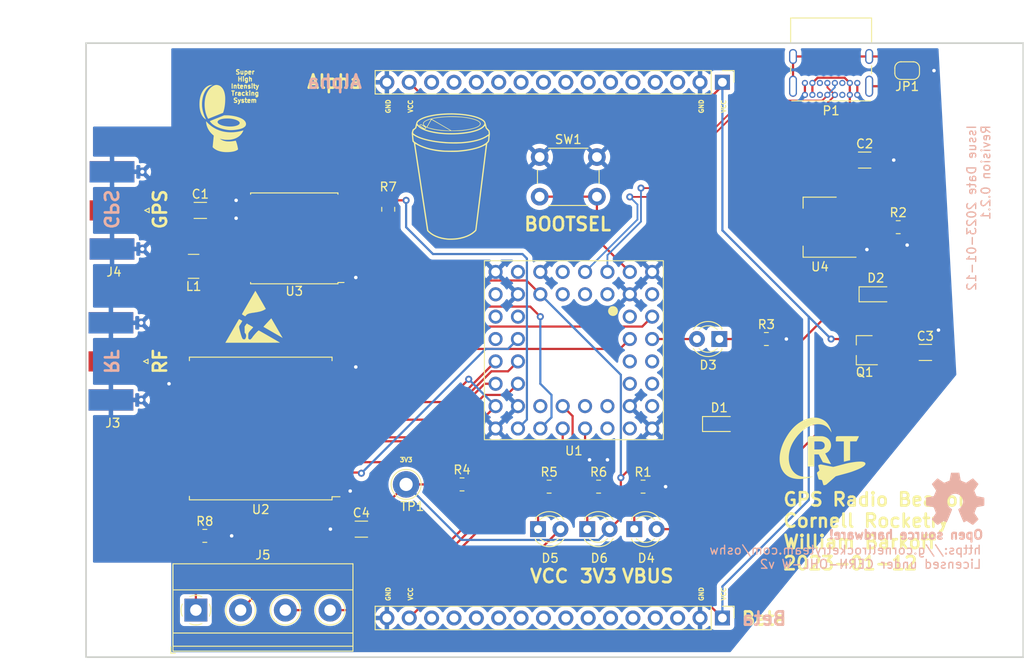
<source format=kicad_pcb>
(kicad_pcb (version 20211014) (generator pcbnew)
  (title_block (title "GPS Radio Beacon") (date "2023-01-12") (rev "0.2.1") (company "Cornell Rocketry Team") (comment 1 "William Barkoff [wb273]") (comment 4 "Licensed under CERN-OHL-W v2"))
  (layers (0 "F.Cu" signal) (31 "B.Cu" signal) (34 "B.Paste" user) (35 "F.Paste" user) (36 "B.SilkS" user "B.Silkscreen") (37 "F.SilkS" user "F.Silkscreen") (38 "B.Mask" user) (39 "F.Mask" user) (44 "Edge.Cuts" user))
  (net 0 "")
  (net 1 "Net-(C1-Pad1)")
  (net 2 "Net-(C1-Pad2)")
  (net 3 "+5V")
  (net 4 "VBUS")
  (net 5 "+3V3")
  (net 6 "Net-(D1-Pad2)")
  (net 7 "Net-(D3-Pad1)")
  (net 8 "Net-(D3-Pad2)")
  (net 9 "Net-(D4-Pad1)")
  (net 10 "Net-(D5-Pad1)")
  (net 11 "VCC")
  (net 12 "Net-(D6-Pad1)")
  (net 37 "Net-(J3-Pad1)")
  (net 38 "/IND_LED_1")
  (net 39 "/IND_LED_2")
  (net 40 "/IND_LED_3")
  (net 41 "Net-(J5-Pad1)")
  (net 42 "Net-(L1-Pad1)")
  (net 44 "/PWR-USB/USB_D+")
  (net 45 "/PWR-USB/USB_D-")
  (net 47 "/RADIO_RESET")
  (net 48 "/GPS_RESET")
  (net 51 "Net-(JP1-Pad2)")
  (net 60 "/GPS_SCL")
  (net 62 "/RADIO_MISO")
  (net 63 "/GPS_SDA")
  (net 64 "/RADIO_CS")
  (net 65 "/RADIO_SCK")
  (net 68 "/RADIO_MOSI")
  (net 69 "/RADIO_IRQ")
  (net 76 "/GPS_TIMEPULSE")
  (net 90 "<NO NET>")
  (net 91 "Net-(SW1-Pad2)")
  (footprint "Jumper:SolderJumper-2_P1.3mm_Bridged_RoundedPad1.0x1.5mm" (layer "F.Cu") (at 176.276 78.74 180)
    (fp_text reference "JP1")
    (fp_text value "SolderJumper_2_Bridged")
  )
  (footprint "Diode_SMD:D_SOD-323_HandSoldering" (layer "F.Cu") (at 172.72 104.14)
    (fp_text reference "D2")
    (fp_text value "D_Schottky")
  )
  (footprint "Inductor_SMD:L_1210_3225Metric_Pad1.42x2.65mm_HandSolder" (layer "F.Cu") (at 95.25 100.965 180)
    (fp_text reference "L1")
    (fp_text value "27n")
  )
  (footprint "MountingHole:MountingHole_3.2mm_M3" (layer "F.Cu") (at 184.303137 80.775463)
    (fp_text reference "H2" hide)
    (fp_text value "MountingHole" hide)
  )
  (footprint "Diode_SMD:D_SOD-323_HandSoldering" (layer "F.Cu") (at 154.94 118.872)
    (fp_text reference "D1")
    (fp_text value "D_Schottky")
  )
  (footprint "MountingHole:MountingHole_3.2mm_M3" (layer "F.Cu") (at 88.188063 140.187537)
    (fp_text reference "H3" hide)
    (fp_text value "MountingHole" hide)
  )
  (footprint "Package_TO_SOT_SMD:SC-59_Handsoldering" (layer "F.Cu") (at 171.45 110.49 180)
    (fp_text reference "Q1")
    (fp_text value "Q_PMOS_DGS")
  )
  (footprint "Resistor_SMD:R_0805_2012Metric_Pad1.20x1.40mm_HandSolder" (layer "F.Cu") (at 117.348 94.488 90)
    (fp_text reference "R7")
    (fp_text value "10k")
  )
  (footprint "Capacitor_SMD:C_1206_3216Metric_Pad1.33x1.80mm_HandSolder" (layer "F.Cu") (at 114.3 130.81)
    (fp_text reference "C4")
    (fp_text value "10u")
  )
  (footprint "Connector_PinHeader_2.54mm:PinHeader_1x16_P2.54mm_Vertical" (layer "F.Cu") (at 155.2956 140.898 -90)
    (fp_text reference "J2" hide)
    (fp_text value "Conn_01x16" hide)
  )
  (footprint "Resistor_SMD:R_0805_2012Metric_Pad1.20x1.40mm_HandSolder" (layer "F.Cu") (at 141.24 125.984)
    (fp_text reference "R6")
    (fp_text value "200")
  )
  (footprint "TestPoint:TestPoint_Loop_D2.54mm_Drill1.5mm_Beaded" (layer "F.Cu") (at 119.38 125.73)
    (fp_text reference "TP1")
    (fp_text value "TestPoint")
  )
  (footprint "LED_THT:LED_D3.0mm" (layer "F.Cu") (at 154.945 109.22 180)
    (fp_text reference "D3")
    (fp_text value "LED")
  )
  (footprint "grb:coffee" (layer "F.Cu") (at 124.46 91.44)
    (fp_text reference "G***" hide)
    (fp_text value "LOGO" hide)
  )
  (footprint "Resistor_SMD:R_0805_2012Metric_Pad1.20x1.40mm_HandSolder" (layer "F.Cu") (at 96.52 131.572)
    (fp_text reference "R8")
    (fp_text value "200")
  )
  (footprint "LED_THT:LED_D3.0mm" (layer "F.Cu") (at 139.949 130.81)
    (fp_text reference "D6")
    (fp_text value "LED")
  )
  (footprint "Resistor_SMD:R_0805_2012Metric_Pad1.20x1.40mm_HandSolder" (layer "F.Cu") (at 146.288 125.984)
    (fp_text reference "R1")
    (fp_text value "200")
  )
  (footprint "Resistor_SMD:R_0805_2012Metric_Pad1.20x1.40mm_HandSolder" (layer "F.Cu") (at 125.73 125.73)
    (fp_text reference "R4")
    (fp_text value "10k")
  )
  (footprint "Resistor_SMD:R_0805_2012Metric_Pad1.20x1.40mm_HandSolder" (layer "F.Cu") (at 160.29 109.22)
    (fp_text reference "R3")
    (fp_text value "200")
  )
  (footprint "Button_Switch_THT:SW_PUSH_6mm" (layer "F.Cu") (at 134.545 88.555)
    (fp_text reference "SW1")
    (fp_text value "SW_Push")
  )
  (footprint "RF_Module:HOPERF_RFM9XW_SMD" (layer "F.Cu") (at 102.87 119.38 180)
    (fp_text reference "U2")
    (fp_text value "RFM95W-915S2")
  )
  (footprint "Capacitor_SMD:C_1206_3216Metric_Pad1.33x1.80mm_HandSolder" (layer "F.Cu") (at 171.45 88.9)
    (fp_text reference "C2")
    (fp_text value "10u")
  )
  (footprint "LED_THT:LED_D3.0mm" (layer "F.Cu") (at 145.288 130.81)
    (fp_text reference "D4")
    (fp_text value "LED")
  )
  (footprint "LED_THT:LED_D3.0mm" (layer "F.Cu") (at 134.361 130.81)
    (fp_text reference "D5")
    (fp_text value "LED")
  )
  (footprint "Resistor_SMD:R_0805_2012Metric_Pad1.20x1.40mm_HandSolder" (layer "F.Cu") (at 135.62 125.984)
    (fp_text reference "R5")
    (fp_text value "200")
  )
  (footprint "Connector_PinHeader_2.54mm:PinHeader_1x16_P2.54mm_Vertical" (layer "F.Cu") (at 155.2956 80.065 -90)
    (fp_text reference "J1" hide)
    (fp_text value "Conn_01x16" hide)
  )
  (footprint "MountingHole:MountingHole_3.2mm_M3" (layer "F.Cu") (at 88.1634 80.7508)
    (fp_text reference "H1" hide)
    (fp_text value "MountingHole" hide)
  )
  (footprint "grb:PGA2040" (layer "F.Cu") (at 138.43 110.49)
    (fp_text reference "U1")
    (fp_text value "PGA2040")
  )
  (footprint "grb:crt-logo" (layer "F.Cu") (at 166.624 121.92)
    (fp_text reference "G***" hide)
    (fp_text value "LOGO" hide)
  )
  (footprint "Connector_Coaxial:SMA_Molex_73251-1153_EdgeMount_Horizontal" (layer "F.Cu") (at 87.705 94.615)
    (fp_text reference "J4")
    (fp_text value "Conn_Coaxial")
  )
  (footprint "TerminalBlock_Phoenix:TerminalBlock_Phoenix_MKDS-1,5-4-5.08_1x04_P5.08mm_Horizontal" (layer "F.Cu") (at 95.504 140.005)
    (fp_text reference "J5")
    (fp_text value "Screw_Terminal_01x04")
  )
  (footprint "RF_GPS:ublox_MAX" (layer "F.Cu") (at 106.68 97.79 180)
    (fp_text reference "U3")
    (fp_text value "MAX-M10S")
  )
  (footprint "Connector_Coaxial:SMA_Molex_73251-1153_EdgeMount_Horizontal" (layer "F.Cu") (at 87.578 111.76)
    (fp_text reference "J3")
    (fp_text value "Conn_Coaxial")
  )
  (footprint "Capacitor_SMD:C_1206_3216Metric_Pad1.33x1.80mm_HandSolder" (layer "F.Cu") (at 96.012 94.615)
    (fp_text reference "C1")
    (fp_text value "10n")
  )
  (footprint "Capacitor_SMD:C_1206_3216Metric_Pad1.33x1.80mm_HandSolder" (layer "F.Cu") (at 178.3465 110.744)
    (fp_text reference "C3")
    (fp_text value "10u")
  )
  (footprint "MountingHole:MountingHole_3.2mm_M3" (layer "F.Cu") (at 184.303137 140.187537)
    (fp_text reference "H4" hide)
    (fp_text value "MountingHole" hide)
  )
  (footprint "Symbol:ESD-Logo_6.6x6mm_SilkScreen" (layer "F.Cu") (at 102.108 106.68)
    (fp_text reference "REF**" hide)
    (fp_text value "ESD-Logo_6.6x6mm_SilkScreen" hide)
  )
  (footprint "grb:toilet" (layer "F.Cu") (at 98.552 84.328)
    (fp_text reference "G***" hide)
    (fp_text value "LOGO" hide)
  )
  (footprint "Connector_USB:USB_C_Receptacle_GCT_USB4085" (layer "F.Cu") (at 170.615 81.495 180)
    (fp_text reference "P1")
    (fp_text value "USB_C_Plug_USB2.0")
  )
  (footprint "Package_TO_SOT_SMD:SOT-223-3_TabPin2" (layer "F.Cu") (at 166.37 96.52 180)
    (fp_text reference "U4")
    (fp_text value "NCP1117-3.3_SOT223")
  )
  (footprint "Resistor_SMD:R_0805_2012Metric_Pad1.20x1.40mm_HandSolder" (layer "F.Cu") (at 175.26 96.52)
    (fp_text reference "R2")
    (fp_text value "10k")
  )
  (footprint "Symbol:OSHW-Symbol_6.7x6mm_SilkScreen" (layer "B.Cu") (at 181.737 127.381 180)
    (fp_text reference "REF**" hide)
    (fp_text value "OSHW-Symbol_6.7x6mm_SilkScreen" hide)
  )
  (gr_rect (start 83.0326 75.62) (end 189.4586 145.343) (layer "Edge.Cuts") (width 0.2) (fill none))
  (gr_text "Gimme!" (at 124.46 92.964 90) (layer "F.Cu") (effects (font (size 1.5 1.5) (thickness 0.3))))
  (gr_text "Alpha" (at 111.25 80) (layer "B.SilkS") (effects (font (size 1.5 1.5) (thickness 0.3)) (justify mirror)))
  (gr_text "RF" (at 85.852 111.76 -90) (layer "B.SilkS") (effects (font (size 1.5 1.5) (thickness 0.3)) (justify mirror)))
  (gr_text "Issue Date ${ISSUE_DATE}\nRevision ${REVISION}" (at 184.404 84.836 90) (layer "B.SilkS") (effects (font (size 1 1)) (justify left mirror)))
  (gr_text "https://g.cornellrocketryteam.com/oshw\nLicensed under CERN-OHL-W v2" (at 184.785 133.985) (layer "B.SilkS") (effects (font (size 1 1)) (justify left mirror)))
  (gr_text "GPS" (at 85.852 94.488 -90) (layer "B.SilkS") (effects (font (size 1.5 1.5) (thickness 0.3)) (justify mirror)))
  (gr_text "Beta" (at 160.02 140.97) (layer "B.SilkS") (effects (font (size 1.5 1.5) (thickness 0.3)) (justify mirror)))
  (gr_text "Open source hardware!" (at 176.149 131.445) (layer "B.SilkS") (effects (font (size 1 1) (thickness 0.25)) (justify mirror)))
  (gr_text "GPS" (at 91.44 94.488 90) (layer "F.SilkS") (effects (font (size 1.5 1.5) (thickness 0.3))))
  (gr_text "Super\nHigh\nIntensity\nTracking\nSystem" (at 101.092 80.518) (layer "F.SilkS") (effects (font (size 0.5 0.5) (thickness 0.125))))
  (gr_text "VCC" (at 155.448 82.804 90) (layer "F.SilkS") (effects (font (size 0.508 0.508) (thickness 0.127))))
  (gr_text "Alpha" (at 111.25 80) (layer "F.SilkS") (effects (font (size 1.5 1.5) (thickness 0.3))))
  (gr_text "VCC" (at 119.888 138.176 90) (layer "F.SilkS") (effects (font (size 0.508 0.508) (thickness 0.127))))
  (gr_text "GPS Radio Beacon\nCornell Rocketry\nWilliam Barkoff\n${ISSUE_DATE}" (at 162.052 131.064) (layer "F.SilkS") (effects (font (size 1.5 1.5) (thickness 0.3)) (justify left)))
  (gr_text "3V3" (at 141.224 136.144) (layer "F.SilkS") (effects (font (size 1.5 1.5) (thickness 0.3))))
  (gr_text "VCC" (at 135.636 136.144) (layer "F.SilkS") (effects (font (size 1.5 1.5) (thickness 0.3))))
  (gr_text "RF" (at 91.44 111.76 90) (layer "F.SilkS") (effects (font (size 1.5 1.5) (thickness 0.3))))
  (gr_text "VCC" (at 119.888 82.804 90) (layer "F.SilkS") (effects (font (size 0.508 0.508) (thickness 0.127))))
  (gr_text "VBUS" (at 146.812 136.144) (layer "F.SilkS") (effects (font (size 1.5 1.5) (thickness 0.3))))
  (gr_text "3V3" (at 119.38 122.936) (layer "F.SilkS") (effects (font (size 0.508 0.508) (thickness 0.127))))
  (gr_text "GND" (at 152.908 82.804 90) (layer "F.SilkS") (effects (font (size 0.508 0.508) (thickness 0.127))))
  (gr_text "VCC" (at 155.448 138.176 90) (layer "F.SilkS") (effects (font (size 0.508 0.508) (thickness 0.127))))
  (gr_text "GND" (at 152.908 138.176 90) (layer "F.SilkS") (effects (font (size 0.508 0.508) (thickness 0.127))))
  (gr_text "BOOTSEL" (at 137.72 96.175) (layer "F.SilkS") (effects (font (size 1.5 1.5) (thickness 0.3))))
  (gr_text "GND" (at 117.348 82.804 90) (layer "F.SilkS") (effects (font (size 0.508 0.508) (thickness 0.127))))
  (gr_text "GND" (at 117.348 138.176 90) (layer "F.SilkS") (effects (font (size 0.508 0.508) (thickness 0.127))))
  (gr_text "Beta" (at 160.02 140.97) (layer "F.SilkS") (effects (font (size 1.5 1.5) (thickness 0.3))))
  (segment (start 94.4495 94.615) (end 94.4495 100.278) (width 0.25) (layer "F.Cu") (net 1))
  (segment (start 94.4495 94.615) (end 93.599 94.615) (width 0.25) (layer "F.Cu") (net 1))
  (segment (start 94.4495 100.278) (end 93.7625 100.965) (width 0.25) (layer "F.Cu") (net 1))
  (segment (start 93.599 94.615) (end 93.6875 94.615) (width 0.25) (layer "F.Cu") (net 1))
  (segment (start 85.985 94.615) (end 93.599 94.615) (width 0.25) (layer "F.Cu") (net 1))
  (segment (start 97.5745 94.615) (end 101.805 94.615) (width 0.25) (layer "F.Cu") (net 2))
  (segment (start 101.805 94.615) (end 101.93 94.49) (width 0.25) (layer "F.Cu") (net 2))
  (segment (start 169.765 81.495) (end 169.765 88.7775) (width 0.25) (layer "F.Cu") (net 3))
  (segment (start 169.8875 88.9) (end 169.52 89.2675) (width 0.25) (layer "F.Cu") (net 3))
  (segment (start 165.515 80.865) (end 165.515 81.495) (width 0.25) (layer "F.Cu") (net 3))
  (segment (start 166.110001 79.549999) (end 169.169999 79.549999) (width 0.25) (layer "F.Cu") (net 3))
  (segment (start 169.765 88.7775) (end 169.8875 88.9) (width 0.25) (layer "F.Cu") (net 3))
  (segment (start 169.52 89.2675) (end 169.52 94.22) (width 0.25) (layer "F.Cu") (net 3))
  (segment (start 165.515 80.145) (end 165.515 80.865) (width 0.25) (layer "F.Cu") (net 3))
  (segment (start 165.515 80.145) (end 166.110001 79.549999) (width 0.25) (layer "F.Cu") (net 3))
  (segment (start 169.765 80.864999) (end 169.765 81.495) (width 0.25) (layer "F.Cu") (net 3))
  (segment (start 169.169999 79.549999) (end 169.765 80.145) (width 0.25) (layer "F.Cu") (net 3))
  (segment (start 169.765 80.864999) (end 169.765 80.145) (width 0.25) (layer "F.Cu") (net 3))
  (segment (start 147.828 130.81) (end 155.194 130.81) (width 0.25) (layer "F.Cu") (net 4))
  (segment (start 174.1758 112.0158) (end 174.325 111.8666) (width 0.25) (layer "F.Cu") (net 4))
  (segment (start 173.1 109.54) (end 173.1 105.01) (width 0.25) (layer "F.Cu") (net 4))
  (segment (start 155.194 130.81) (end 173.9882 112.0158) (width 0.25) (layer "F.Cu") (net 4))
  (segment (start 173.1 105.01) (end 173.97 104.14) (width 0.25) (layer "F.Cu") (net 4))
  (segment (start 174.325 110.765) (end 173.1 109.54) (width 0.25) (layer "F.Cu") (net 4))
  (segment (start 174.26 96.52) (end 173.97 96.81) (width 0.25) (layer "F.Cu") (net 4))
  (segment (start 173.97 96.81) (end 173.97 104.14) (width 0.25) (layer "F.Cu") (net 4))
  (segment (start 169.52 96.52) (end 163.22 96.52) (width 0.25) (layer "F.Cu") (net 4))
  (segment (start 174.346 110.744) (end 174.325 110.765) (width 0.25) (layer "F.Cu") (net 4))
  (segment (start 174.26 96.52) (end 169.52 96.52) (width 0.25) (layer "F.Cu") (net 4))
  (segment (start 173.9882 112.0158) (end 174.1758 112.0158) (width 0.25) (layer "F.Cu") (net 4))
  (segment (start 176.784 110.744) (end 174.346 110.744) (width 0.25) (layer "F.Cu") (net 4))
  (segment (start 174.325 111.8666) (end 174.325 110.765) (width 0.25) (layer "F.Cu") (net 4))
  (segment (start 117.251536 97.133769) (end 112.416231 97.133769) (width 0.25) (layer "F.Cu") (net 5))
  (segment (start 115.775 130.7225) (end 115.775 127.205) (width 0.25) (layer "F.Cu") (net 5))
  (segment (start 117.348 95.488) (end 117.348 97.037305) (width 0.25) (layer "F.Cu") (net 5))
  (segment (start 119.38 125.73) (end 124.73 125.73) (width 0.25) (layer "F.Cu") (net 5))
  (segment (start 111.43 95.59) (end 111.43 94.49) (width 0.25) (layer "F.Cu") (net 5))
  (segment (start 143.764 129.535) (end 142.489 130.81) (width 0.25) (layer "F.Cu") (net 5))
  (segment (start 122.693567 102.5758) (end 117.251536 97.133769) (width 0.25) (layer "F.Cu") (net 5))
  (segment (start 143.764 124.968) (end 143.764 129.535) (width 0.25) (layer "F.Cu") (net 5))
  (segment (start 154.8384 118.872) (end 153.69 118.872) (width 0.25) (layer "F.Cu") (net 5))
  (segment (start 117.348 97.037305) (end 117.251536 97.133769) (width 0.25) (layer "F.Cu") (net 5))
  (segment (start 115.775 127.205) (end 117.905 127.205) (width 0.25) (layer "F.Cu") (net 5))
  (segment (start 117.905 127.205) (end 119.38 125.73) (width 0.25) (layer "F.Cu") (net 5))
  (segment (start 93.545 127.205) (end 115.775 127.205) (width 0.25) (layer "F.Cu") (net 5))
  (segment (start 112.416231 97.133769) (end 111.972462 96.69) (width 0.25) (layer "F.Cu") (net 5))
  (segment (start 94.87 120.38) (end 93.545 121.705) (width 0.25) (layer "F.Cu") (net 5))
  (segment (start 115.8625 130.81) (end 115.775 130.7225) (width 0.25) (layer "F.Cu") (net 5))
  (segment (start 93.545 121.705) (end 93.545 127.205) (width 0.25) (layer "F.Cu") (net 5))
  (segment (start 149.86 118.872) (end 143.764 124.968) (width 0.25) (layer "F.Cu") (net 5))
  (segment (start 111.972462 96.69) (end 111.43 96.69) (width 0.25) (layer "F.Cu") (net 5))
  (segment (start 153.69 118.872) (end 149.86 118.872) (width 0.25) (layer "F.Cu") (net 5))
  (segment (start 169.5704 104.14) (end 154.8384 118.872) (width 0.25) (layer "F.Cu") (net 5))
  (segment (start 111.43 96.69) (end 111.43 95.59) (width 0.25) (layer "F.Cu") (net 5))
  (segment (start 134.62 104.14) (end 133.0558 102.5758) (width 0.25) (layer "F.Cu") (net 5))
  (segment (start 171.47 104.14) (end 169.5704 104.14) (width 0.25) (layer "F.Cu") (net 5))
  (segment (start 133.0558 102.5758) (end 122.693567 102.5758) (width 0.25) (layer "F.Cu") (net 5))
  (via (at 143.764 124.968) (size 0.8) (drill 0.4) (layers "F.Cu" "B.Cu") (net 5))
  (segment (start 143.764 113.284) (end 143.764 124.968) (width 0.25) (layer "B.Cu") (net 5))
  (segment (start 142.489 130.81) (end 141.264 132.035) (width 0.25) (layer "B.Cu") (net 5))
  (segment (start 119.38 125.73) (end 125.685 132.035) (width 0.25) (layer "B.Cu") (net 5))
  (segment (start 134.62 104.14) (end 143.764 113.284) (width 0.25) (layer "B.Cu") (net 5))
  (segment (start 125.685 132.035) (end 141.264 132.035) (width 0.25) (layer "B.Cu") (net 5))
  (segment (start 156.19 118.872) (end 165.668 118.872) (width 0.25) (layer "F.Cu") (net 6))
  (segment (start 165.668 118.872) (end 173.1 111.44) (width 0.25) (layer "F.Cu") (net 6))
  (segment (start 159.29 109.22) (end 154.945 109.22) (width 0.25) (layer "F.Cu") (net 7))
  (segment (start 152.405 109.22) (end 147.32 109.22) (width 0.25) (layer "F.Cu") (net 8))
  (segment (start 145.288 125.984) (end 145.288 130.81) (width 0.25) (layer "F.Cu") (net 9))
  (segment (start 134.62 125.984) (end 134.361 126.243) (width 0.25) (layer "F.Cu") (net 10))
  (segment (start 134.361 126.243) (end 134.361 130.81) (width 0.25) (layer "F.Cu") (net 10))
  (segment (start 136.901 130.81) (end 134.615 133.096) (width 0.25) (layer "F.Cu") (net 11))
  (segment (start 121.7443 138.8893) (end 153.2869 138.8893) (width 0.25) (layer "F.Cu") (net 11))
  (segment (start 119.7356 80.065) (end 121.9206 82.25) (width 0.25) (layer "F.Cu") (net 11))
  (segment (start 127.5376 133.096) (end 121.7443 138.8893) (width 0.25) (layer "F.Cu") (net 11))
  (segment (start 169.8 110.49) (end 168.53 109.22) (width 0.25) (layer "F.Cu") (net 11))
  (segment (start 121.7443 138.8893) (end 119.7356 140.898) (width 0.25) (layer "F.Cu") (net 11))
  (segment (start 134.615 133.096) (end 127.5376 133.096) (width 0.25) (layer "F.Cu") (net 11))
  (segment (start 153.2869 138.8893) (end 155.2956 140.898) (width 0.25) (layer "F.Cu") (net 11))
  (segment (start 155.2956 80.4544) (end 155.2956 80.065) (width 0.25) (layer "F.Cu") (net 11))
  (segment (start 121.9206 82.25) (end 153.5 82.25) (width 0.25) (layer "F.Cu") (net 11))
  (segment (start 153.5 82.25) (end 155.2956 80.4544) (width 0.25) (layer "F.Cu") (net 11))
  (segment (start 168.53 109.22) (end 167.64 109.22) (width 0.25) (layer "F.Cu") (net 11))
  (via (at 167.64 109.22) (size 0.8) (drill 0.4) (layers "F.Cu" "B.Cu") (net 11))
  (segment (start 167.64 109.22) (end 165.1 106.68) (width 0.25) (layer "B.Cu") (net 11))
  (segment (start 165.1 106.68) (end 165.1 127.508) (width 0.25) (layer "B.Cu") (net 11))
  (segment (start 155.2956 80.065) (end 155.2956 96.8756) (width 0.25) (layer "B.Cu") (net 11))
  (segment (start 165.1 127.508) (end 155.2956 137.3124) (width 0.25) (layer "B.Cu") (net 11))
  (segment (start 155.2956 137.3124) (end 155.2956 140.898) (width 0.25) (layer "B.Cu") (net 11))
  (segment (start 165.1 106.68) (end 155.335 96.915) (width 0.25) (layer "B.Cu") (net 11))
  (segment (start 155.2956 96.8756) (end 155.335 96.915) (width 0.25) (layer "B.Cu") (net 11))
  (segment (start 140.24 125.984) (end 139.949 126.275) (width 0.25) (layer "F.Cu") (net 12))
  (segment (start 139.949 126.275) (end 139.949 130.81) (width 0.25) (layer "F.Cu") (net 12))
  (segment (start 85.97 112.38) (end 85.35 111.76) (width 0.25) (layer "F.Cu") (net 37))
  (segment (start 94.87 112.38) (end 85.97 112.38) (width 0.25) (layer "F.Cu") (net 37))
  (segment (start 134.112 122.428) (end 136.652 122.428) (width 0.25) (layer "F.Cu") (net 38))
  (segment (start 136.652 122.428) (end 137.16 121.92) (width 0.25) (layer "F.Cu") (net 38))
  (segment (start 100.584 140.005) (end 107.239 133.35) (width 0.25) (layer "F.Cu") (net 38))
  (segment (start 123.19 133.35) (end 134.112 122.428) (width 0.25) (layer "F.Cu") (net 38))
  (segment (start 107.239 133.35) (end 123.19 133.35) (width 0.25) (layer "F.Cu") (net 38))
  (segment (start 137.16 121.92) (end 137.16 119.38) (width 0.25) (layer "F.Cu") (net 38))
  (segment (start 137.118697 123.444) (end 138.285 122.277697) (width 0.25) (layer "F.Cu") (net 39))
  (segment (start 105.664 140.005) (end 107.95 140.005) (width 0.25) (layer "F.Cu") (net 39))
  (segment (start 138.285 122.277697) (end 138.285 117.965) (width 0.25) (layer "F.Cu") (net 39))
  (segment (start 113.335 134.62) (end 122.936 134.62) (width 0.25) (layer "F.Cu") (net 39))
  (segment (start 122.936 134.62) (end 134.112 123.444) (width 0.25) (layer "F.Cu") (net 39))
  (segment (start 107.95 140.005) (end 113.335 134.62) (width 0.25) (layer "F.Cu") (net 39))
  (segment (start 134.112 123.444) (end 137.118697 123.444) (width 0.25) (layer "F.Cu") (net 39))
  (segment (start 138.285 117.965) (end 137.16 116.84) (width 0.25) (layer "F.Cu") (net 39))
  (segment (start 112.979 140.005) (end 117.475 135.509) (width 0.25) (layer "F.Cu") (net 40))
  (segment (start 117.475 135.509) (end 123.063 135.509) (width 0.25) (layer "F.Cu") (net 40))
  (segment (start 137.16 124.46) (end 139.7 121.92) (width 0.25) (layer "F.Cu") (net 40))
  (segment (start 110.744 140.005) (end 112.979 140.005) (width 0.25) (layer "F.Cu") (net 40))
  (segment (start 123.063 135.509) (end 134.112 124.46) (width 0.25) (layer "F.Cu") (net 40))
  (segment (start 134.112 124.46) (end 137.16 124.46) (width 0.25) (layer "F.Cu") (net 40))
  (segment (start 139.7 121.92) (end 139.7 119.38) (width 0.25) (layer "F.Cu") (net 40))
  (segment (start 95.504 131.588) (end 95.52 131.572) (width 0.25) (layer "F.Cu") (net 41))
  (segment (start 95.504 140.005) (end 95.504 131.588) (width 0.25) (layer "F.Cu") (net 41))
  (segment (start 96.955 100.965) (end 100.13 97.79) (width 0.25) (layer "F.Cu") (net 42))
  (segment (start 100.13 97.79) (end 101.93 97.79) (width 0.25) (layer "F.Cu") (net 42))
  (segment (start 167.215 80.645) (end 168.065 81.495) (width 0.2) (layer "F.Cu") (net 44))
  (segment (start 167.215 80.145) (end 167.215 80.645) (width 0.2) (layer "F.Cu") (net 44))
  (segment (start 167.034258 82.594981) (end 167.865 81.764239) (width 0.2) (layer "F.Cu") (net 44))
  (segment (start 167.865 81.764239) (end 167.865 81.695) (width 0.2) (layer "F.Cu") (net 44))
  (segment (start 167.865 81.695) (end 168.065 81.495) (width 0.2) (layer "F.Cu") (net 44))
  (segment (start 147.266967 93.081232) (end 157.753218 82.594981) (width 0.2) (layer "F.Cu") (net 44))
  (segment (start 144.78 93.081232) (end 147.266967 93.081232) (width 0.2) (layer "F.Cu") (net 44))
  (segment (start 157.753218 82.594981) (end 167.034258 82.594981) (width 0.2) (layer "F.Cu") (net 44))
  (via (at 144.78 93.081232) (size 0.8) (drill 0.4) (layers "F.Cu" "B.Cu") (net 44))
  (segment (start 145.65 93.951232) (end 145.65 95.65) (width 0.2) (layer "B.Cu") (net 44))
  (segment (start 145.65 95.65) (end 139.7 101.6) (width 0.2) (layer "B.Cu") (net 44))
  (segment (start 144.78 93.081232) (end 145.65 93.951232) (width 0.2) (layer "B.Cu") (net 44))
  (segment (start 146.05 92.081729) (end 147.630072 92.081729) (width 0.2) (layer "F.Cu") (net 45))
  (segment (start 167.015 81.495) (end 167.215 81.495) (width 0.2) (layer "F.Cu") (net 45))
  (segment (start 147.630072 92.081729) (end 157.566801 82.145) (width 0.2) (layer "F.Cu") (net 45))
  (segment (start 167.015 81.764239) (end 167.015 81.495) (width 0.2) (layer "F.Cu") (net 45))
  (segment (start 157.566801 82.145) (end 166.634239 82.145) (width 0.2) (layer "F.Cu") (net 45))
  (segment (start 166.634239 82.145) (end 167.015 81.764239) (width 0.2) (layer "F.Cu") (net 45))
  (via (at 146.05 92.081729) (size 0.8) (drill 0.4) (layers "F.Cu" "B.Cu") (net 45))
  (segment (start 146.05 92.081729) (end 146.05 95.886397) (width 0.2) (layer "B.Cu") (net 45))
  (segment (start 168.065 80.645) (end 167.215 81.495) (width 0.2) (layer "B.Cu") (net 45))
  (segment (start 168.065 80.145) (end 168.065 80.645) (width 0.2) (layer "B.Cu") (net 45))
  (segment (start 142.24 99.696397) (end 142.24 101.6) (width 0.2) (layer "B.Cu") (net 45))
  (segment (start 146.05 95.886397) (end 142.24 99.696397) (width 0.2) (layer "B.Cu") (net 45))
  (segment (start 126.73 125.73) (end 126.73 119.65) (width 0.25) (layer "F.Cu") (net 47))
  (segment (start 126.73 119.65) (end 129.54 116.84) (width 0.25) (layer "F.Cu") (net 47))
  (segment (start 123.8954 116.38) (end 126.4877 113.7877) (width 0.25) (layer "F.Cu") (net 47))
  (segment (start 110.87 116.38) (end 123.8954 116.38) (width 0.25) (layer "F.Cu") (net 47))
  (via (at 126.4877 113.7877) (size 0.8) (drill 0.4) (layers "F.Cu" "B.Cu") (net 47))
  (segment (start 126.4877 113.7877) (end 129.54 116.84) (width 0.25) (layer "B.Cu") (net 47))
  (segment (start 117.348 93.488) (end 111.528 93.488) (width 0.25) (layer "F.Cu") (net 48))
  (segment (start 111.528 93.488) (end 111.43 93.39) (width 0.25) (layer "F.Cu") (net 48))
  (segment (start 117.364 93.472) (end 117.348 93.488) (width 0.25) (layer "F.Cu") (net 48))
  (segment (start 119.38 93.472) (end 117.364 93.472) (width 0.25) (layer "F.Cu") (net 48))
  (via (at 119.38 93.472) (size 0.8) (drill 0.4) (layers "F.Cu" "B.Cu") (net 48))
  (segment (start 133.096 100.076) (end 133.096 118.364) (width 0.25) (layer "B.Cu") (net 48))
  (segment (start 119.38 96.52) (end 122.428 99.568) (width 0.25) (layer "B.Cu") (net 48))
  (segment (start 132.588 99.568) (end 133.096 100.076) (width 0.25) (layer "B.Cu") (net 48))
  (segment (start 119.38 93.472) (end 119.38 96.52) (width 0.25) (layer "B.Cu") (net 48))
  (segment (start 133.096 118.364) (end 132.08 119.38) (width 0.25) (layer "B.Cu") (net 48))
  (segment (start 122.428 99.568) (end 132.588 99.568) (width 0.25) (layer "B.Cu") (net 48))
  (segment (start 174.021 77.135) (end 171.965 77.135) (width 0.25) (layer "F.Cu") (net 51))
  (segment (start 173.851 80.515) (end 171.965 80.515) (width 0.25) (layer "F.Cu") (net 51))
  (segment (start 175.626 78.74) (end 173.851 80.515) (width 0.25) (layer "F.Cu") (net 51))
  (segment (start 163.315 77.135) (end 163.315 80.515) (width 0.25) (layer "F.Cu") (net 51))
  (segment (start 171.965 77.135) (end 163.315 77.135) (width 0.25) (layer "F.Cu") (net 51))
  (segment (start 175.626 78.74) (end 174.021 77.135) (width 0.25) (layer "F.Cu") (net 51))
  (segment (start 99.568 106.172) (end 99.568 101.6) (width 0.25) (layer "F.Cu") (net 60))
  (segment (start 147.32 106.68) (end 146.195 107.805) (width 0.25) (layer "F.Cu") (net 60))
  (segment (start 146.195 107.805) (end 101.201 107.805) (width 0.25) (layer "F.Cu") (net 60))
  (segment (start 99.568 101.6) (end 100.078 101.09) (width 0.25) (layer "F.Cu") (net 60))
  (segment (start 100.078 101.09) (end 101.93 101.09) (width 0.25) (layer "F.Cu") (net 60))
  (segment (start 101.201 107.805) (end 99.568 106.172) (width 0.25) (layer "F.Cu") (net 60))
  (segment (start 110.87 124.38) (end 114.22 124.38) (width 0.25) (layer "F.Cu") (net 62))
  (segment (start 114.22 124.38) (end 114.3 124.46) (width 0.25) (layer "F.Cu") (net 62))
  (via (at 114.3 124.46) (size 0.8) (drill 0.4) (layers "F.Cu" "B.Cu") (net 62))
  (segment (start 128.415 110.345) (end 130.955 110.345) (width 0.25) (layer "B.Cu") (net 62))
  (segment (start 114.3 124.46) (end 128.415 110.345) (width 0.25) (layer "B.Cu") (net 62))
  (segment (start 130.955 110.345) (end 132.08 109.22) (width 0.25) (layer "B.Cu") (net 62))
  (segment (start 143.655 110.345) (end 144.78 109.22) (width 0.25) (layer "F.Cu") (net 63))
  (segment (start 99.568 100.076) (end 98.552 101.092) (width 0.25) (layer "F.Cu") (net 63))
  (segment (start 98.552 108.712) (end 100.185 110.345) (width 0.25) (layer "F.Cu") (net 63))
  (segment (start 100.185 110.345) (end 143.655 110.345) (width 0.25) (layer "F.Cu") (net 63))
  (segment (start 101.93 99.99) (end 101.844 100.076) (width 0.25) (layer "F.Cu") (net 63))
  (segment (start 101.844 100.076) (end 99.568 100.076) (width 0.25) (layer "F.Cu") (net 63))
  (segment (start 98.552 101.092) (end 98.552 108.712) (width 0.25) (layer "F.Cu") (net 63))
  (segment (start 110.87 118.38) (end 122.92 118.38) (width 0.25) (layer "F.Cu") (net 64))
  (segment (start 122.92 118.38) (end 129.54 111.76) (width 0.25) (layer "F.Cu") (net 64))
  (segment (start 121.579009 120.38) (end 129.074009 112.885) (width 0.25) (layer "F.Cu") (net 65))
  (segment (start 130.955 112.885) (end 132.08 111.76) (width 0.25) (layer "F.Cu") (net 65))
  (segment (start 110.87 120.38) (end 121.579009 120.38) (width 0.25) (layer "F.Cu") (net 65))
  (segment (start 129.074009 112.885) (end 130.955 112.885) (width 0.25) (layer "F.Cu") (net 65))
  (segment (start 121.765405 120.83) (end 128.295405 114.3) (width 0.25) (layer "F.Cu") (net 68))
  (segment (start 112.42 120.83) (end 121.765405 120.83) (width 0.25) (layer "F.Cu") (net 68))
  (segment (start 110.87 122.38) (end 112.42 120.83) (width 0.25) (layer "F.Cu") (net 68))
  (segment (start 128.295405 114.3) (end 129.54 114.3) (width 0.25) (layer "F.Cu") (net 68))
  (segment (start 130.81 115.57) (end 132.08 114.3) (width 0.25) (layer "F.Cu") (net 69))
  (segment (start 120.635 123.205) (end 128.27 115.57) (width 0.25) (layer "F.Cu") (net 69))
  (segment (start 128.27 115.57) (end 130.81 115.57) (width 0.25) (layer "F.Cu") (net 69))
  (segment (start 95.695 123.205) (end 120.635 123.205) (width 0.25) (layer "F.Cu") (net 69))
  (segment (start 94.87 122.38) (end 95.695 123.205) (width 0.25) (layer "F.Cu") (net 69))
  (segment (start 115.654 98.89) (end 111.43 98.89) (width 0.25) (layer "F.Cu") (net 76))
  (segment (start 133.479503 105.539503) (end 122.303503 105.539503) (width 0.25) (layer "F.Cu") (net 76))
  (segment (start 122.303503 105.539503) (end 115.654 98.89) (width 0.25) (layer "F.Cu") (net 76))
  (segment (start 134.62 106.68) (end 133.479503 105.539503) (width 0.25) (layer "F.Cu") (net 76))
  (via (at 134.62 106.68) (size 0.8) (drill 0.4) (layers "F.Cu" "B.Cu") (net 76))
  (segment (start 134.62 114.3) (end 135.89 115.57) (width 0.25) (layer "B.Cu") (net 76))
  (segment (start 135.89 115.57) (end 135.89 118.11) (width 0.25) (layer "B.Cu") (net 76))
  (segment (start 134.62 106.68) (end 134.62 114.3) (width 0.25) (layer "B.Cu") (net 76))
  (segment (start 135.89 118.11) (end 134.62 119.38) (width 0.25) (layer "B.Cu") (net 76))
  (segment (start 92.536 114.38) (end 92.456 114.3) (width 0.25) (layer "F.Cu") (net 90))
  (segment (start 161.29 109.22) (end 162.56 109.22) (width 0.25) (layer "F.Cu") (net 90))
  (segment (start 136.62 125.984) (end 137.16 125.984) (width 0.25) (layer "F.Cu") (net 90))
  (segment (start 164.665 80.145) (end 164.665 81.495) (width 0.25) (layer "F.Cu") (net 90))
  (segment (start 176.26 96.52) (end 176.26 98.536) (width 0.25) (layer "F.Cu") (net 90))
  (segment (start 113.65 112.38) (end 113.665 112.395) (width 0.25) (layer "F.Cu") (net 90))
  (segment (start 137.16 125.984) (end 140.208 122.936) (width 0.25) (layer "F.Cu") (net 90))
  (segment (start 142.24 125.984) (end 142.24 122.936) (width 0.25) (layer "F.Cu") (net 90))
  (segment (start 110.87 112.38) (end 113.65 112.38) (width 0.25) (layer "F.Cu") (net 90))
  (segment (start 169.52 98.82) (end 171.464 98.82) (width 0.25) (layer "F.Cu") (net 90))
  (segment (start 179.909 110.744) (end 179.832 110.667) (width 0.25) (layer "F.Cu") (net 90))
  (segment (start 110.87 126.38) (end 112.9295 126.38) (width 0.25) (layer "F.Cu") (net 90))
  (segment (start 113.62 102.19) (end 113.665 102.235) (width 0.25) (layer "F.Cu") (net 90))
  (segment (start 176.26 98.536) (end 176.276 98.552) (width 0.25) (layer "F.Cu") (net 90))
  (segment (start 112.9295 126.38) (end 113.03 126.4805) (width 0.25) (layer "F.Cu") (net 90))
  (segment (start 100.158 93.39) (end 100.076 93.472) (width 0.25) (layer "F.Cu") (net 90))
  (segment (start 170.615 80.145) (end 170.615 81.495) (width 0.25) (layer "F.Cu") (net 90))
  (segment (start 173.0125 88.9) (end 174.752 88.9) (width 0.25) (layer "F.Cu") (net 90))
  (segment (start 176.926 78.74) (end 179.324 78.74) (width 0.25) (layer "F.Cu") (net 90))
  (segment (start 94.87 114.38) (end 92.536 114.38) (width 0.25) (layer "F.Cu") (net 90))
  (segment (start 147.288 125.984) (end 148.844 125.984) (width 0.25) (layer "F.Cu") (net 90))
  (segment (start 111.43 102.19) (end 113.62 102.19) (width 0.25) (layer "F.Cu") (net 90))
  (segment (start 171.464 98.82) (end 171.704 99.06) (width 0.25) (layer "F.Cu") (net 90))
  (segment (start 101.93 95.59) (end 100.162 95.59) (width 0.25) (layer "F.Cu") (net 90))
  (segment (start 179.832 110.667) (end 179.832 108.204) (width 0.25) (layer "F.Cu") (net 90))
  (segment (start 112.7375 130.81) (end 110.7825 130.81) (width 0.25) (layer "F.Cu") (net 90))
  (segment (start 100.162 95.59) (end 100.076 95.504) (width 0.25) (layer "F.Cu") (net 90))
  (segment (start 101.93 93.39) (end 100.158 93.39) (width 0.25) (layer "F.Cu") (net 90))
  (segment (start 97.52 131.572) (end 99.568 131.572) (width 0.25) (layer "F.Cu") (net 90))
  (via (at 171.704 99.06) (size 0.8) (drill 0.4) (layers "F.Cu" "B.Cu") (net 90))
  (via (at 100.076 95.504) (size 0.8) (drill 0.4) (layers "F.Cu" "B.Cu") (net 90))
  (via (at 99.568 131.572) (size 0.8) (drill 0.4) (layers "F.Cu" "B.Cu") (net 90))
  (via (at 100.076 93.472) (size 0.8) (drill 0.4) (layers "F.Cu" "B.Cu") (net 90))
  (via (at 176.276 98.552) (size 0.8) (drill 0.4) (layers "F.Cu" "B.Cu") (net 90))
  (via (at 113.03 126.4805) (size 0.8) (drill 0.4) (layers "F.Cu" "B.Cu") (net 90))
  (via (at 142.24 122.936) (size 0.8) (drill 0.4) (layers "F.Cu" "B.Cu") (net 90))
  (via (at 113.665 102.235) (size 0.8) (drill 0.4) (layers "F.Cu" "B.Cu") (net 90))
  (via (at 174.752 88.9) (size 0.8) (drill 0.4) (layers "F.Cu" "B.Cu") (net 90))
  (via (at 140.208 122.936) (size 0.8) (drill 0.4) (layers "F.Cu" "B.Cu") (net 90))
  (via (at 148.844 125.984) (size 0.8) (drill 0.4) (layers "F.Cu" "B.Cu") (net 90))
  (via (at 92.456 114.3) (size 0.8) (drill 0.4) (layers "F.Cu" "B.Cu") (net 90))
  (via (at 113.665 112.395) (size 0.8) (drill 0.4) (layers "F.Cu" "B.Cu") (net 90))
  (via (at 110.7825 130.81) (size 0.8) (drill 0.4) (layers "F.Cu" "B.Cu") (net 90))
  (via (at 179.324 78.74) (size 0.8) (drill 0.4) (layers "F.Cu" "B.Cu") (net 90))
  (via (at 162.56 109.22) (size 0.8) (drill 0.4) (layers "F.Cu" "B.Cu") (net 90))
  (via (at 179.832 108.204) (size 0.8) (drill 0.4) (layers "F.Cu" "B.Cu") (net 90))
  (segment (start 141.045 93.055) (end 141.045 97.865) (width 0.25) (layer "F.Cu") (net 91))
  (segment (start 141.045 97.865) (end 144.78 101.6) (width 0.25) (layer "F.Cu") (net 91))
  (segment (start 134.545 93.055) (end 141.045 93.055) (width 0.25) (layer "F.Cu") (net 91))
  (segment (start 144.78 101.02) (end 144.78 101.6) (width 0.25) (layer "F.Cu") (net 91))
  (zone (net 90) (net_name "<NO NET>") (layer "B.Cu") (connect_pads (clearance 0.508)) (min_thickness 0.254) (fill yes (thermal_gap 0.508) (thermal_bridge_width 0.508))
    (polygon (pts (xy 181.864 113.284) (xy 156.21 144.78) (xy 92.71 144.78) (xy 92.71 134.62) (xy 83.82 134.62) (xy 83.82 85.09) (xy 92.71 85.09) (xy 92.71 76.2) (xy 179.832 76.2)))
  )
)
</source>
